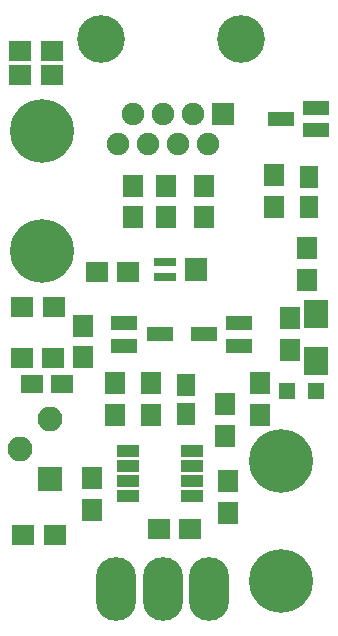
<source format=gts>
G04 #@! TF.FileFunction,Soldermask,Top*
%FSLAX46Y46*%
G04 Gerber Fmt 4.6, Leading zero omitted, Abs format (unit mm)*
G04 Created by KiCad (PCBNEW 4.0.6) date 07/23/18 23:10:11*
%MOMM*%
%LPD*%
G01*
G04 APERTURE LIST*
%ADD10C,0.100000*%
%ADD11R,2.300000X1.200000*%
%ADD12C,5.401260*%
%ADD13C,4.050000*%
%ADD14R,1.900000X1.900000*%
%ADD15C,1.900000*%
%ADD16R,2.000000X2.400000*%
%ADD17R,1.900000X0.800000*%
%ADD18O,3.399740X5.401260*%
%ADD19R,1.950000X1.000000*%
%ADD20R,1.650000X1.900000*%
%ADD21R,1.900000X1.650000*%
%ADD22R,1.400000X1.400000*%
%ADD23R,1.900000X1.700000*%
%ADD24R,1.700000X1.900000*%
%ADD25R,2.100000X2.100000*%
%ADD26O,2.100000X2.100000*%
G04 APERTURE END LIST*
D10*
D11*
X159000000Y-97450000D03*
X159000000Y-95550000D03*
X156000000Y-96500000D03*
D12*
X162500000Y-107250000D03*
X162500000Y-117410000D03*
D13*
X147270000Y-71500000D03*
X159140000Y-71500000D03*
D14*
X157650000Y-77850000D03*
D15*
X156380000Y-80390000D03*
X155110000Y-77850000D03*
X153840000Y-80390000D03*
X152570000Y-77850000D03*
X151300000Y-80390000D03*
X150030000Y-77850000D03*
X148760000Y-80390000D03*
D16*
X165500000Y-98750000D03*
X165500000Y-94750000D03*
D12*
X142300000Y-89400000D03*
X142300000Y-79240000D03*
D17*
X155330000Y-91650000D03*
X155330000Y-91000000D03*
X155330000Y-90350000D03*
X152670000Y-90350000D03*
X152670000Y-91650000D03*
D18*
X156459860Y-118050000D03*
X152500000Y-118050000D03*
X148540140Y-118050000D03*
D19*
X149550000Y-106345000D03*
X149550000Y-107615000D03*
X149550000Y-108885000D03*
X149550000Y-110155000D03*
X154950000Y-110155000D03*
X154950000Y-108885000D03*
X154950000Y-107615000D03*
X154950000Y-106345000D03*
D20*
X154500000Y-100750000D03*
X154500000Y-103250000D03*
D21*
X141450000Y-100700000D03*
X143950000Y-100700000D03*
D20*
X164900000Y-85700000D03*
X164900000Y-83200000D03*
D22*
X165500000Y-101250000D03*
X163000000Y-101250000D03*
D23*
X143100000Y-72500000D03*
X140400000Y-72500000D03*
X143250000Y-98500000D03*
X140550000Y-98500000D03*
X143300000Y-94200000D03*
X140600000Y-94200000D03*
D11*
X149250000Y-95550000D03*
X149250000Y-97450000D03*
X152250000Y-96500000D03*
X165500000Y-79200000D03*
X165500000Y-77300000D03*
X162500000Y-78250000D03*
D24*
X163250000Y-97850000D03*
X163250000Y-95150000D03*
X164750000Y-89150000D03*
X164750000Y-91850000D03*
X146500000Y-108650000D03*
X146500000Y-111350000D03*
D23*
X140400000Y-74500000D03*
X143100000Y-74500000D03*
D24*
X148500000Y-103350000D03*
X148500000Y-100650000D03*
X151500000Y-100650000D03*
X151500000Y-103350000D03*
D23*
X154850000Y-113000000D03*
X152150000Y-113000000D03*
D24*
X158000000Y-108900000D03*
X158000000Y-111600000D03*
X157750000Y-102400000D03*
X157750000Y-105100000D03*
D23*
X146900000Y-91250000D03*
X149600000Y-91250000D03*
D24*
X145750000Y-95750000D03*
X145750000Y-98450000D03*
X156000000Y-83900000D03*
X156000000Y-86600000D03*
X150000000Y-83900000D03*
X150000000Y-86600000D03*
X161900000Y-83000000D03*
X161900000Y-85700000D03*
X152750000Y-83900000D03*
X152750000Y-86600000D03*
D25*
X143000000Y-108750000D03*
D26*
X140460000Y-106210000D03*
X143000000Y-103670000D03*
D23*
X140650000Y-113500000D03*
X143350000Y-113500000D03*
D24*
X160750000Y-100650000D03*
X160750000Y-103350000D03*
M02*

</source>
